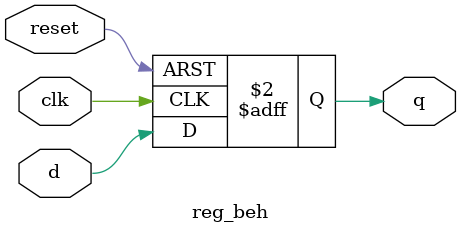
<source format=v>
module reg_beh 
(
    input wire clk,
    input wire reset,
    input wire d,
    output reg q
);
 always @(posedge clk or posedge reset) 
 begin
    if(reset)
    q<=1'b0;// reset value
    else
    q<=d;    // d value
 end

    
endmodule
</source>
